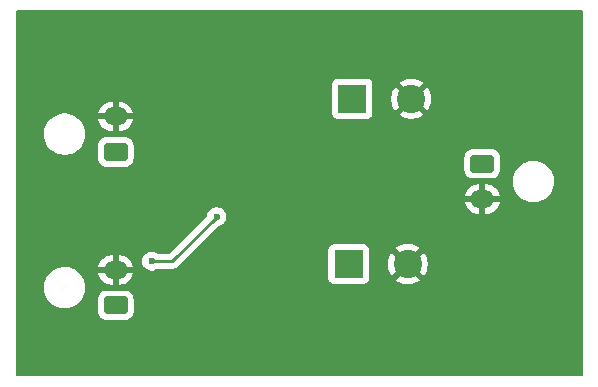
<source format=gbr>
%TF.GenerationSoftware,KiCad,Pcbnew,9.0.1*%
%TF.CreationDate,2025-07-02T15:08:06+02:00*%
%TF.ProjectId,BatteryBackup,42617474-6572-4794-9261-636b75702e6b,rev?*%
%TF.SameCoordinates,Original*%
%TF.FileFunction,Copper,L2,Bot*%
%TF.FilePolarity,Positive*%
%FSLAX46Y46*%
G04 Gerber Fmt 4.6, Leading zero omitted, Abs format (unit mm)*
G04 Created by KiCad (PCBNEW 9.0.1) date 2025-07-02 15:08:06*
%MOMM*%
%LPD*%
G01*
G04 APERTURE LIST*
G04 Aperture macros list*
%AMRoundRect*
0 Rectangle with rounded corners*
0 $1 Rounding radius*
0 $2 $3 $4 $5 $6 $7 $8 $9 X,Y pos of 4 corners*
0 Add a 4 corners polygon primitive as box body*
4,1,4,$2,$3,$4,$5,$6,$7,$8,$9,$2,$3,0*
0 Add four circle primitives for the rounded corners*
1,1,$1+$1,$2,$3*
1,1,$1+$1,$4,$5*
1,1,$1+$1,$6,$7*
1,1,$1+$1,$8,$9*
0 Add four rect primitives between the rounded corners*
20,1,$1+$1,$2,$3,$4,$5,0*
20,1,$1+$1,$4,$5,$6,$7,0*
20,1,$1+$1,$6,$7,$8,$9,0*
20,1,$1+$1,$8,$9,$2,$3,0*%
G04 Aperture macros list end*
%TA.AperFunction,ComponentPad*%
%ADD10RoundRect,0.250001X0.759999X-0.499999X0.759999X0.499999X-0.759999X0.499999X-0.759999X-0.499999X0*%
%TD*%
%TA.AperFunction,ComponentPad*%
%ADD11O,2.020000X1.500000*%
%TD*%
%TA.AperFunction,ComponentPad*%
%ADD12RoundRect,0.250001X-0.759999X0.499999X-0.759999X-0.499999X0.759999X-0.499999X0.759999X0.499999X0*%
%TD*%
%TA.AperFunction,ComponentPad*%
%ADD13R,2.400000X2.400000*%
%TD*%
%TA.AperFunction,ComponentPad*%
%ADD14C,2.400000*%
%TD*%
%TA.AperFunction,ViaPad*%
%ADD15C,0.600000*%
%TD*%
%TA.AperFunction,Conductor*%
%ADD16C,0.254000*%
%TD*%
G04 APERTURE END LIST*
D10*
%TO.P,J1,1,Pin_1*%
%TO.N,/IdealDiode/Vin*%
X137965000Y-92500000D03*
D11*
%TO.P,J1,2,Pin_2*%
%TO.N,GND*%
X137965000Y-89500000D03*
%TD*%
D10*
%TO.P,J2,1,Pin_1*%
%TO.N,/IdealDiode1/Vin*%
X137965000Y-79500000D03*
D11*
%TO.P,J2,2,Pin_2*%
%TO.N,GND*%
X137965000Y-76500000D03*
%TD*%
D12*
%TO.P,J3,1,Pin_1*%
%TO.N,/IdealDiode/Vout*%
X169000000Y-80500000D03*
D11*
%TO.P,J3,2,Pin_2*%
%TO.N,GND*%
X169000000Y-83500000D03*
%TD*%
D13*
%TO.P,C2,1*%
%TO.N,/IdealDiode/Vout*%
X157676041Y-89000000D03*
D14*
%TO.P,C2,2*%
%TO.N,GND*%
X162676041Y-89000000D03*
%TD*%
D13*
%TO.P,C7,1*%
%TO.N,/IdealDiode/Vout*%
X158000000Y-75000000D03*
D14*
%TO.P,C7,2*%
%TO.N,GND*%
X163000000Y-75000000D03*
%TD*%
D15*
%TO.N,/IdealDiode/Vout*%
X141000000Y-88750000D03*
X146500000Y-85000000D03*
%TO.N,GND*%
X140000000Y-77250000D03*
X152750000Y-83250000D03*
X142250000Y-84250000D03*
X140750000Y-73500000D03*
X140000000Y-90250000D03*
X143000000Y-82000000D03*
X142250000Y-71250000D03*
X140750000Y-86500000D03*
%TD*%
D16*
%TO.N,/IdealDiode/Vout*%
X142750000Y-88750000D02*
X146500000Y-85000000D01*
X141000000Y-88750000D02*
X142750000Y-88750000D01*
%TD*%
%TA.AperFunction,Conductor*%
%TO.N,GND*%
G36*
X177442539Y-67520185D02*
G01*
X177488294Y-67572989D01*
X177499500Y-67624500D01*
X177499500Y-98375500D01*
X177479815Y-98442539D01*
X177427011Y-98488294D01*
X177375500Y-98499500D01*
X129624500Y-98499500D01*
X129557461Y-98479815D01*
X129511706Y-98427011D01*
X129500500Y-98375500D01*
X129500500Y-90885258D01*
X131894500Y-90885258D01*
X131894500Y-91114741D01*
X131913625Y-91260000D01*
X131924452Y-91342238D01*
X131975123Y-91531348D01*
X131983842Y-91563887D01*
X132071650Y-91775876D01*
X132071657Y-91775890D01*
X132186392Y-91974617D01*
X132326081Y-92156661D01*
X132326089Y-92156670D01*
X132488330Y-92318911D01*
X132488338Y-92318918D01*
X132670382Y-92458607D01*
X132670385Y-92458608D01*
X132670388Y-92458611D01*
X132869112Y-92573344D01*
X132869117Y-92573346D01*
X132869123Y-92573349D01*
X132960480Y-92611190D01*
X133081113Y-92661158D01*
X133302762Y-92720548D01*
X133530266Y-92750500D01*
X133530273Y-92750500D01*
X133759727Y-92750500D01*
X133759734Y-92750500D01*
X133987238Y-92720548D01*
X134208887Y-92661158D01*
X134420888Y-92573344D01*
X134619612Y-92458611D01*
X134801661Y-92318919D01*
X134801665Y-92318914D01*
X134801670Y-92318911D01*
X134963911Y-92156670D01*
X134963914Y-92156665D01*
X134963919Y-92156661D01*
X135103611Y-91974612D01*
X135117830Y-91949984D01*
X136454500Y-91949984D01*
X136454500Y-93050015D01*
X136465000Y-93152795D01*
X136465001Y-93152796D01*
X136520186Y-93319335D01*
X136520187Y-93319337D01*
X136612286Y-93468651D01*
X136612289Y-93468655D01*
X136736344Y-93592710D01*
X136736348Y-93592713D01*
X136885662Y-93684812D01*
X136885664Y-93684813D01*
X136885666Y-93684814D01*
X137052203Y-93739999D01*
X137154992Y-93750500D01*
X137154997Y-93750500D01*
X138775003Y-93750500D01*
X138775008Y-93750500D01*
X138877797Y-93739999D01*
X139044334Y-93684814D01*
X139193655Y-93592711D01*
X139317711Y-93468655D01*
X139409814Y-93319334D01*
X139464999Y-93152797D01*
X139475500Y-93050008D01*
X139475500Y-91949992D01*
X139464999Y-91847203D01*
X139409814Y-91680666D01*
X139337783Y-91563887D01*
X139317713Y-91531348D01*
X139317710Y-91531344D01*
X139193655Y-91407289D01*
X139193651Y-91407286D01*
X139044337Y-91315187D01*
X139044335Y-91315186D01*
X138961065Y-91287593D01*
X138877797Y-91260001D01*
X138877795Y-91260000D01*
X138775015Y-91249500D01*
X138775008Y-91249500D01*
X137154992Y-91249500D01*
X137154984Y-91249500D01*
X137052204Y-91260000D01*
X137052203Y-91260001D01*
X136885664Y-91315186D01*
X136885662Y-91315187D01*
X136736348Y-91407286D01*
X136736344Y-91407289D01*
X136612289Y-91531344D01*
X136612286Y-91531348D01*
X136520187Y-91680662D01*
X136520186Y-91680664D01*
X136465001Y-91847203D01*
X136465000Y-91847204D01*
X136454500Y-91949984D01*
X135117830Y-91949984D01*
X135218344Y-91775888D01*
X135306158Y-91563887D01*
X135365548Y-91342238D01*
X135395500Y-91114734D01*
X135395500Y-90885266D01*
X135365548Y-90657762D01*
X135306158Y-90436113D01*
X135251744Y-90304747D01*
X135218349Y-90224123D01*
X135218346Y-90224117D01*
X135218344Y-90224112D01*
X135103611Y-90025388D01*
X135103608Y-90025385D01*
X135103607Y-90025382D01*
X134963918Y-89843338D01*
X134963911Y-89843330D01*
X134801670Y-89681089D01*
X134801661Y-89681081D01*
X134619617Y-89541392D01*
X134582109Y-89519737D01*
X134477585Y-89459390D01*
X134420890Y-89426657D01*
X134420876Y-89426650D01*
X134360459Y-89401625D01*
X134208887Y-89338842D01*
X134184673Y-89332354D01*
X133987238Y-89279452D01*
X133949215Y-89274446D01*
X133763539Y-89250000D01*
X136479016Y-89250000D01*
X137520440Y-89250000D01*
X137489755Y-89303147D01*
X137455000Y-89432857D01*
X137455000Y-89567143D01*
X137489755Y-89696853D01*
X137520440Y-89750000D01*
X136479016Y-89750000D01*
X136485781Y-89792716D01*
X136546581Y-89979837D01*
X136635904Y-90155143D01*
X136751555Y-90314321D01*
X136890678Y-90453444D01*
X137049856Y-90569095D01*
X137225164Y-90658418D01*
X137412294Y-90719221D01*
X137606618Y-90750000D01*
X137715000Y-90750000D01*
X137715000Y-89944560D01*
X137768147Y-89975245D01*
X137897857Y-90010000D01*
X138032143Y-90010000D01*
X138161853Y-89975245D01*
X138215000Y-89944560D01*
X138215000Y-90750000D01*
X138323382Y-90750000D01*
X138517705Y-90719221D01*
X138704835Y-90658418D01*
X138880143Y-90569095D01*
X139039321Y-90453444D01*
X139178444Y-90314321D01*
X139294095Y-90155143D01*
X139383418Y-89979837D01*
X139444218Y-89792716D01*
X139450984Y-89750000D01*
X138409560Y-89750000D01*
X138440245Y-89696853D01*
X138475000Y-89567143D01*
X138475000Y-89432857D01*
X138440245Y-89303147D01*
X138409560Y-89250000D01*
X139450984Y-89250000D01*
X139444218Y-89207283D01*
X139383418Y-89020162D01*
X139294095Y-88844856D01*
X139216424Y-88737952D01*
X139216423Y-88737949D01*
X139178450Y-88685686D01*
X139178443Y-88685677D01*
X139163919Y-88671153D01*
X140199500Y-88671153D01*
X140199500Y-88828846D01*
X140230261Y-88983489D01*
X140230264Y-88983501D01*
X140290602Y-89129172D01*
X140290609Y-89129185D01*
X140378210Y-89260288D01*
X140378213Y-89260292D01*
X140489707Y-89371786D01*
X140489711Y-89371789D01*
X140620814Y-89459390D01*
X140620827Y-89459397D01*
X140766498Y-89519735D01*
X140766503Y-89519737D01*
X140921153Y-89550499D01*
X140921156Y-89550500D01*
X140921158Y-89550500D01*
X141078844Y-89550500D01*
X141078845Y-89550499D01*
X141233497Y-89519737D01*
X141379179Y-89459394D01*
X141470466Y-89398398D01*
X141537143Y-89377520D01*
X141539357Y-89377500D01*
X142811804Y-89377500D01*
X142811805Y-89377499D01*
X142933035Y-89353386D01*
X143013784Y-89319937D01*
X143047233Y-89306083D01*
X143150008Y-89237411D01*
X143237411Y-89150008D01*
X144635283Y-87752135D01*
X155975541Y-87752135D01*
X155975541Y-90247870D01*
X155975542Y-90247876D01*
X155981949Y-90307483D01*
X156032243Y-90442328D01*
X156032247Y-90442335D01*
X156118493Y-90557544D01*
X156118496Y-90557547D01*
X156233705Y-90643793D01*
X156233712Y-90643797D01*
X156368558Y-90694091D01*
X156368557Y-90694091D01*
X156375485Y-90694835D01*
X156428168Y-90700500D01*
X158923913Y-90700499D01*
X158983524Y-90694091D01*
X159118372Y-90643796D01*
X159233587Y-90557546D01*
X159319837Y-90442331D01*
X159370132Y-90307483D01*
X159376541Y-90247873D01*
X159376540Y-88888575D01*
X160976041Y-88888575D01*
X160976041Y-89111424D01*
X161005126Y-89332354D01*
X161005129Y-89332367D01*
X161062804Y-89547618D01*
X161148086Y-89753502D01*
X161148095Y-89753520D01*
X161259505Y-89946491D01*
X161259514Y-89946504D01*
X161310081Y-90012403D01*
X161310084Y-90012403D01*
X162111428Y-89211059D01*
X162116930Y-89231591D01*
X162195922Y-89368408D01*
X162307633Y-89480119D01*
X162444450Y-89559111D01*
X162464981Y-89564612D01*
X161663636Y-90365955D01*
X161663636Y-90365956D01*
X161729548Y-90416533D01*
X161922526Y-90527949D01*
X161922538Y-90527954D01*
X162128422Y-90613236D01*
X162343673Y-90670911D01*
X162343686Y-90670914D01*
X162564616Y-90700000D01*
X162787466Y-90700000D01*
X163008395Y-90670914D01*
X163008408Y-90670911D01*
X163223659Y-90613236D01*
X163429543Y-90527954D01*
X163429555Y-90527949D01*
X163622539Y-90416530D01*
X163688444Y-90365957D01*
X163688445Y-90365956D01*
X162887100Y-89564612D01*
X162907632Y-89559111D01*
X163044449Y-89480119D01*
X163156160Y-89368408D01*
X163235152Y-89231591D01*
X163240653Y-89211059D01*
X164041997Y-90012404D01*
X164041998Y-90012403D01*
X164092571Y-89946498D01*
X164203990Y-89753514D01*
X164203995Y-89753502D01*
X164289277Y-89547618D01*
X164346952Y-89332367D01*
X164346955Y-89332354D01*
X164376041Y-89111424D01*
X164376041Y-88888575D01*
X164346955Y-88667645D01*
X164346952Y-88667632D01*
X164289277Y-88452381D01*
X164203995Y-88246497D01*
X164203990Y-88246485D01*
X164092574Y-88053507D01*
X164041997Y-87987595D01*
X164041996Y-87987595D01*
X163240653Y-88788939D01*
X163235152Y-88768409D01*
X163156160Y-88631592D01*
X163044449Y-88519881D01*
X162907632Y-88440889D01*
X162887099Y-88435387D01*
X163688444Y-87634043D01*
X163688444Y-87634040D01*
X163622545Y-87583473D01*
X163622532Y-87583464D01*
X163429561Y-87472054D01*
X163429543Y-87472045D01*
X163223659Y-87386763D01*
X163008408Y-87329088D01*
X163008395Y-87329085D01*
X162787466Y-87300000D01*
X162564616Y-87300000D01*
X162343686Y-87329085D01*
X162343673Y-87329088D01*
X162128422Y-87386763D01*
X161922538Y-87472045D01*
X161922520Y-87472054D01*
X161729552Y-87583462D01*
X161663636Y-87634042D01*
X162464982Y-88435387D01*
X162444450Y-88440889D01*
X162307633Y-88519881D01*
X162195922Y-88631592D01*
X162116930Y-88768409D01*
X162111428Y-88788940D01*
X161310083Y-87987595D01*
X161259503Y-88053511D01*
X161148095Y-88246479D01*
X161148086Y-88246497D01*
X161062804Y-88452381D01*
X161005129Y-88667632D01*
X161005126Y-88667645D01*
X160976041Y-88888575D01*
X159376540Y-88888575D01*
X159376540Y-87752128D01*
X159370426Y-87695248D01*
X159370426Y-87695246D01*
X159370133Y-87692519D01*
X159319838Y-87557671D01*
X159319834Y-87557664D01*
X159233588Y-87442455D01*
X159233585Y-87442452D01*
X159118376Y-87356206D01*
X159118369Y-87356202D01*
X158983523Y-87305908D01*
X158983524Y-87305908D01*
X158923924Y-87299501D01*
X158923922Y-87299500D01*
X158923914Y-87299500D01*
X158923905Y-87299500D01*
X156428170Y-87299500D01*
X156428164Y-87299501D01*
X156368557Y-87305908D01*
X156233712Y-87356202D01*
X156233705Y-87356206D01*
X156118496Y-87442452D01*
X156118493Y-87442455D01*
X156032247Y-87557664D01*
X156032243Y-87557671D01*
X155981949Y-87692517D01*
X155975542Y-87752116D01*
X155975542Y-87752123D01*
X155975541Y-87752135D01*
X144635283Y-87752135D01*
X146562328Y-85825089D01*
X146623649Y-85791606D01*
X146625648Y-85791189D01*
X146733497Y-85769737D01*
X146879179Y-85709394D01*
X147010289Y-85621789D01*
X147121789Y-85510289D01*
X147209394Y-85379179D01*
X147269737Y-85233497D01*
X147300500Y-85078842D01*
X147300500Y-84921158D01*
X147300500Y-84921155D01*
X147300499Y-84921153D01*
X147269738Y-84766510D01*
X147269738Y-84766508D01*
X147269737Y-84766503D01*
X147262901Y-84750000D01*
X147209397Y-84620827D01*
X147209390Y-84620814D01*
X147121789Y-84489711D01*
X147121786Y-84489707D01*
X147010292Y-84378213D01*
X147010288Y-84378210D01*
X146879185Y-84290609D01*
X146879172Y-84290602D01*
X146733501Y-84230264D01*
X146733489Y-84230261D01*
X146578845Y-84199500D01*
X146578842Y-84199500D01*
X146421158Y-84199500D01*
X146421155Y-84199500D01*
X146266510Y-84230261D01*
X146266498Y-84230264D01*
X146120827Y-84290602D01*
X146120814Y-84290609D01*
X145989711Y-84378210D01*
X145989707Y-84378213D01*
X145878213Y-84489707D01*
X145878210Y-84489711D01*
X145790609Y-84620814D01*
X145790602Y-84620827D01*
X145730264Y-84766498D01*
X145730261Y-84766508D01*
X145708843Y-84874183D01*
X145676458Y-84936094D01*
X145674907Y-84937672D01*
X142526400Y-88086181D01*
X142465077Y-88119666D01*
X142438719Y-88122500D01*
X141539357Y-88122500D01*
X141472318Y-88102815D01*
X141470466Y-88101602D01*
X141379185Y-88040609D01*
X141379172Y-88040602D01*
X141233501Y-87980264D01*
X141233489Y-87980261D01*
X141078845Y-87949500D01*
X141078842Y-87949500D01*
X140921158Y-87949500D01*
X140921155Y-87949500D01*
X140766510Y-87980261D01*
X140766498Y-87980264D01*
X140620827Y-88040602D01*
X140620814Y-88040609D01*
X140489711Y-88128210D01*
X140489707Y-88128213D01*
X140378213Y-88239707D01*
X140378210Y-88239711D01*
X140290609Y-88370814D01*
X140290602Y-88370827D01*
X140230264Y-88516498D01*
X140230261Y-88516510D01*
X140199500Y-88671153D01*
X139163919Y-88671153D01*
X139039321Y-88546555D01*
X138880143Y-88430904D01*
X138704835Y-88341581D01*
X138517705Y-88280778D01*
X138323382Y-88250000D01*
X138215000Y-88250000D01*
X138215000Y-89055439D01*
X138161853Y-89024755D01*
X138032143Y-88990000D01*
X137897857Y-88990000D01*
X137768147Y-89024755D01*
X137715000Y-89055439D01*
X137715000Y-88250000D01*
X137606618Y-88250000D01*
X137412294Y-88280778D01*
X137225164Y-88341581D01*
X137049856Y-88430904D01*
X136890678Y-88546555D01*
X136751555Y-88685678D01*
X136635904Y-88844856D01*
X136546581Y-89020162D01*
X136485781Y-89207283D01*
X136479016Y-89250000D01*
X133763539Y-89250000D01*
X133759741Y-89249500D01*
X133759734Y-89249500D01*
X133530266Y-89249500D01*
X133530258Y-89249500D01*
X133313715Y-89278009D01*
X133302762Y-89279452D01*
X133214330Y-89303147D01*
X133081112Y-89338842D01*
X132869123Y-89426650D01*
X132869109Y-89426657D01*
X132670382Y-89541392D01*
X132488338Y-89681081D01*
X132326081Y-89843338D01*
X132186392Y-90025382D01*
X132071657Y-90224109D01*
X132071650Y-90224123D01*
X131983842Y-90436112D01*
X131924453Y-90657759D01*
X131924451Y-90657770D01*
X131894500Y-90885258D01*
X129500500Y-90885258D01*
X129500500Y-83250000D01*
X167514016Y-83250000D01*
X168555440Y-83250000D01*
X168524755Y-83303147D01*
X168490000Y-83432857D01*
X168490000Y-83567143D01*
X168524755Y-83696853D01*
X168555440Y-83750000D01*
X167514016Y-83750000D01*
X167520781Y-83792716D01*
X167581581Y-83979837D01*
X167670904Y-84155143D01*
X167786555Y-84314321D01*
X167925678Y-84453444D01*
X168084856Y-84569095D01*
X168260164Y-84658418D01*
X168447294Y-84719221D01*
X168641618Y-84750000D01*
X168750000Y-84750000D01*
X168750000Y-83944560D01*
X168803147Y-83975245D01*
X168932857Y-84010000D01*
X169067143Y-84010000D01*
X169196853Y-83975245D01*
X169250000Y-83944560D01*
X169250000Y-84750000D01*
X169358382Y-84750000D01*
X169552705Y-84719221D01*
X169739835Y-84658418D01*
X169915143Y-84569095D01*
X170074321Y-84453444D01*
X170213444Y-84314321D01*
X170329095Y-84155143D01*
X170418418Y-83979837D01*
X170479218Y-83792716D01*
X170485984Y-83750000D01*
X169444560Y-83750000D01*
X169475245Y-83696853D01*
X169510000Y-83567143D01*
X169510000Y-83432857D01*
X169475245Y-83303147D01*
X169444560Y-83250000D01*
X170485984Y-83250000D01*
X170479218Y-83207283D01*
X170418418Y-83020162D01*
X170329095Y-82844856D01*
X170213444Y-82685678D01*
X170074321Y-82546555D01*
X169915143Y-82430904D01*
X169739835Y-82341581D01*
X169552705Y-82280778D01*
X169358382Y-82250000D01*
X169250000Y-82250000D01*
X169250000Y-83055439D01*
X169196853Y-83024755D01*
X169067143Y-82990000D01*
X168932857Y-82990000D01*
X168803147Y-83024755D01*
X168750000Y-83055439D01*
X168750000Y-82250000D01*
X168641618Y-82250000D01*
X168447294Y-82280778D01*
X168260164Y-82341581D01*
X168084856Y-82430904D01*
X167925678Y-82546555D01*
X167786555Y-82685678D01*
X167670904Y-82844856D01*
X167581581Y-83020162D01*
X167520781Y-83207283D01*
X167514016Y-83250000D01*
X129500500Y-83250000D01*
X129500500Y-81885258D01*
X171569500Y-81885258D01*
X171569500Y-82114741D01*
X171587308Y-82250000D01*
X171599452Y-82342238D01*
X171599453Y-82342240D01*
X171658842Y-82563887D01*
X171746650Y-82775876D01*
X171746657Y-82775890D01*
X171861392Y-82974617D01*
X172001081Y-83156661D01*
X172001089Y-83156670D01*
X172163330Y-83318911D01*
X172163338Y-83318918D01*
X172345382Y-83458607D01*
X172345385Y-83458608D01*
X172345388Y-83458611D01*
X172544112Y-83573344D01*
X172544117Y-83573346D01*
X172544123Y-83573349D01*
X172635480Y-83611190D01*
X172756113Y-83661158D01*
X172977762Y-83720548D01*
X173205266Y-83750500D01*
X173205273Y-83750500D01*
X173434727Y-83750500D01*
X173434734Y-83750500D01*
X173662238Y-83720548D01*
X173883887Y-83661158D01*
X174095888Y-83573344D01*
X174294612Y-83458611D01*
X174476661Y-83318919D01*
X174476665Y-83318914D01*
X174476670Y-83318911D01*
X174638911Y-83156670D01*
X174638914Y-83156665D01*
X174638919Y-83156661D01*
X174778611Y-82974612D01*
X174893344Y-82775888D01*
X174981158Y-82563887D01*
X175040548Y-82342238D01*
X175070500Y-82114734D01*
X175070500Y-81885266D01*
X175040548Y-81657762D01*
X174981158Y-81436113D01*
X174893344Y-81224112D01*
X174778611Y-81025388D01*
X174778608Y-81025385D01*
X174778607Y-81025382D01*
X174638918Y-80843338D01*
X174638911Y-80843330D01*
X174476670Y-80681089D01*
X174476661Y-80681081D01*
X174294617Y-80541392D01*
X174095890Y-80426657D01*
X174095876Y-80426650D01*
X173883887Y-80338842D01*
X173662238Y-80279452D01*
X173624215Y-80274446D01*
X173434741Y-80249500D01*
X173434734Y-80249500D01*
X173205266Y-80249500D01*
X173205258Y-80249500D01*
X172988715Y-80278009D01*
X172977762Y-80279452D01*
X172884076Y-80304554D01*
X172756112Y-80338842D01*
X172544123Y-80426650D01*
X172544109Y-80426657D01*
X172345382Y-80541392D01*
X172163338Y-80681081D01*
X172001081Y-80843338D01*
X171861392Y-81025382D01*
X171746657Y-81224109D01*
X171746650Y-81224123D01*
X171658842Y-81436112D01*
X171599453Y-81657759D01*
X171599451Y-81657770D01*
X171569500Y-81885258D01*
X129500500Y-81885258D01*
X129500500Y-77885258D01*
X131894500Y-77885258D01*
X131894500Y-78114741D01*
X131913625Y-78260000D01*
X131924452Y-78342238D01*
X131975123Y-78531348D01*
X131983842Y-78563887D01*
X132071650Y-78775876D01*
X132071657Y-78775890D01*
X132186392Y-78974617D01*
X132326081Y-79156661D01*
X132326089Y-79156670D01*
X132488330Y-79318911D01*
X132488338Y-79318918D01*
X132670382Y-79458607D01*
X132670385Y-79458608D01*
X132670388Y-79458611D01*
X132869112Y-79573344D01*
X132869117Y-79573346D01*
X132869123Y-79573349D01*
X132960480Y-79611190D01*
X133081113Y-79661158D01*
X133302762Y-79720548D01*
X133530266Y-79750500D01*
X133530273Y-79750500D01*
X133759727Y-79750500D01*
X133759734Y-79750500D01*
X133987238Y-79720548D01*
X134208887Y-79661158D01*
X134420888Y-79573344D01*
X134619612Y-79458611D01*
X134801661Y-79318919D01*
X134801665Y-79318914D01*
X134801670Y-79318911D01*
X134963911Y-79156670D01*
X134963914Y-79156665D01*
X134963919Y-79156661D01*
X135103611Y-78974612D01*
X135117830Y-78949984D01*
X136454500Y-78949984D01*
X136454500Y-80050015D01*
X136465000Y-80152795D01*
X136465001Y-80152796D01*
X136520186Y-80319335D01*
X136520187Y-80319337D01*
X136612286Y-80468651D01*
X136612289Y-80468655D01*
X136736344Y-80592710D01*
X136736348Y-80592713D01*
X136885662Y-80684812D01*
X136885664Y-80684813D01*
X136885666Y-80684814D01*
X137052203Y-80739999D01*
X137154992Y-80750500D01*
X137154997Y-80750500D01*
X138775003Y-80750500D01*
X138775008Y-80750500D01*
X138877797Y-80739999D01*
X139044334Y-80684814D01*
X139193655Y-80592711D01*
X139317711Y-80468655D01*
X139409814Y-80319334D01*
X139464999Y-80152797D01*
X139475500Y-80050008D01*
X139475500Y-79949984D01*
X167489500Y-79949984D01*
X167489500Y-81050015D01*
X167500000Y-81152795D01*
X167500001Y-81152797D01*
X167523636Y-81224123D01*
X167555186Y-81319335D01*
X167555187Y-81319337D01*
X167647286Y-81468651D01*
X167647289Y-81468655D01*
X167771344Y-81592710D01*
X167771348Y-81592713D01*
X167920662Y-81684812D01*
X167920664Y-81684813D01*
X167920666Y-81684814D01*
X168087203Y-81739999D01*
X168189992Y-81750500D01*
X168189997Y-81750500D01*
X169810003Y-81750500D01*
X169810008Y-81750500D01*
X169912797Y-81739999D01*
X170079334Y-81684814D01*
X170228655Y-81592711D01*
X170352711Y-81468655D01*
X170444814Y-81319334D01*
X170499999Y-81152797D01*
X170510500Y-81050008D01*
X170510500Y-79949992D01*
X170499999Y-79847203D01*
X170444814Y-79680666D01*
X170432781Y-79661158D01*
X170352713Y-79531348D01*
X170352710Y-79531344D01*
X170228655Y-79407289D01*
X170228651Y-79407286D01*
X170079337Y-79315187D01*
X170079335Y-79315186D01*
X169996065Y-79287593D01*
X169912797Y-79260001D01*
X169912795Y-79260000D01*
X169810015Y-79249500D01*
X169810008Y-79249500D01*
X168189992Y-79249500D01*
X168189984Y-79249500D01*
X168087204Y-79260000D01*
X168087203Y-79260001D01*
X167920664Y-79315186D01*
X167920662Y-79315187D01*
X167771348Y-79407286D01*
X167771344Y-79407289D01*
X167647289Y-79531344D01*
X167647286Y-79531348D01*
X167555187Y-79680662D01*
X167555186Y-79680664D01*
X167500001Y-79847203D01*
X167500000Y-79847204D01*
X167489500Y-79949984D01*
X139475500Y-79949984D01*
X139475500Y-78949992D01*
X139464999Y-78847203D01*
X139409814Y-78680666D01*
X139337783Y-78563887D01*
X139317713Y-78531348D01*
X139317710Y-78531344D01*
X139193655Y-78407289D01*
X139193651Y-78407286D01*
X139044337Y-78315187D01*
X139044335Y-78315186D01*
X138961065Y-78287593D01*
X138877797Y-78260001D01*
X138877795Y-78260000D01*
X138775015Y-78249500D01*
X138775008Y-78249500D01*
X137154992Y-78249500D01*
X137154984Y-78249500D01*
X137052204Y-78260000D01*
X137052203Y-78260001D01*
X136885664Y-78315186D01*
X136885662Y-78315187D01*
X136736348Y-78407286D01*
X136736344Y-78407289D01*
X136612289Y-78531344D01*
X136612286Y-78531348D01*
X136520187Y-78680662D01*
X136520186Y-78680664D01*
X136465001Y-78847203D01*
X136465000Y-78847204D01*
X136454500Y-78949984D01*
X135117830Y-78949984D01*
X135218344Y-78775888D01*
X135306158Y-78563887D01*
X135365548Y-78342238D01*
X135395500Y-78114734D01*
X135395500Y-77885266D01*
X135365548Y-77657762D01*
X135306158Y-77436113D01*
X135218344Y-77224112D01*
X135103611Y-77025388D01*
X135103608Y-77025385D01*
X135103607Y-77025382D01*
X134963918Y-76843338D01*
X134963911Y-76843330D01*
X134801670Y-76681089D01*
X134801661Y-76681081D01*
X134619617Y-76541392D01*
X134420890Y-76426657D01*
X134420876Y-76426650D01*
X134360459Y-76401625D01*
X134208887Y-76338842D01*
X134091863Y-76307486D01*
X133987238Y-76279452D01*
X133949215Y-76274446D01*
X133763539Y-76250000D01*
X136479016Y-76250000D01*
X137520440Y-76250000D01*
X137489755Y-76303147D01*
X137455000Y-76432857D01*
X137455000Y-76567143D01*
X137489755Y-76696853D01*
X137520440Y-76750000D01*
X136479016Y-76750000D01*
X136485781Y-76792716D01*
X136546581Y-76979837D01*
X136635904Y-77155143D01*
X136751555Y-77314321D01*
X136890678Y-77453444D01*
X137049856Y-77569095D01*
X137225164Y-77658418D01*
X137412294Y-77719221D01*
X137606618Y-77750000D01*
X137715000Y-77750000D01*
X137715000Y-76944560D01*
X137768147Y-76975245D01*
X137897857Y-77010000D01*
X138032143Y-77010000D01*
X138161853Y-76975245D01*
X138215000Y-76944560D01*
X138215000Y-77750000D01*
X138323382Y-77750000D01*
X138517705Y-77719221D01*
X138704835Y-77658418D01*
X138880143Y-77569095D01*
X139039321Y-77453444D01*
X139178444Y-77314321D01*
X139294095Y-77155143D01*
X139383418Y-76979837D01*
X139444218Y-76792716D01*
X139450984Y-76750000D01*
X138409560Y-76750000D01*
X138440245Y-76696853D01*
X138475000Y-76567143D01*
X138475000Y-76432857D01*
X138440245Y-76303147D01*
X138409560Y-76250000D01*
X139450984Y-76250000D01*
X139444218Y-76207283D01*
X139383418Y-76020162D01*
X139294095Y-75844856D01*
X139178444Y-75685678D01*
X139039321Y-75546555D01*
X138880143Y-75430904D01*
X138704835Y-75341581D01*
X138517705Y-75280778D01*
X138323382Y-75250000D01*
X138215000Y-75250000D01*
X138215000Y-76055439D01*
X138161853Y-76024755D01*
X138032143Y-75990000D01*
X137897857Y-75990000D01*
X137768147Y-76024755D01*
X137715000Y-76055439D01*
X137715000Y-75250000D01*
X137606618Y-75250000D01*
X137412294Y-75280778D01*
X137225164Y-75341581D01*
X137049856Y-75430904D01*
X136890678Y-75546555D01*
X136751555Y-75685678D01*
X136635904Y-75844856D01*
X136546581Y-76020162D01*
X136485781Y-76207283D01*
X136479016Y-76250000D01*
X133763539Y-76250000D01*
X133759741Y-76249500D01*
X133759734Y-76249500D01*
X133530266Y-76249500D01*
X133530258Y-76249500D01*
X133313715Y-76278009D01*
X133302762Y-76279452D01*
X133214330Y-76303147D01*
X133081112Y-76338842D01*
X132869123Y-76426650D01*
X132869109Y-76426657D01*
X132670382Y-76541392D01*
X132488338Y-76681081D01*
X132326081Y-76843338D01*
X132186392Y-77025382D01*
X132071657Y-77224109D01*
X132071650Y-77224123D01*
X131983842Y-77436112D01*
X131924453Y-77657759D01*
X131924451Y-77657770D01*
X131894500Y-77885258D01*
X129500500Y-77885258D01*
X129500500Y-73752135D01*
X156299500Y-73752135D01*
X156299500Y-76247870D01*
X156299501Y-76247876D01*
X156305908Y-76307483D01*
X156356202Y-76442328D01*
X156356206Y-76442335D01*
X156442452Y-76557544D01*
X156442455Y-76557547D01*
X156557664Y-76643793D01*
X156557671Y-76643797D01*
X156692517Y-76694091D01*
X156692516Y-76694091D01*
X156699444Y-76694835D01*
X156752127Y-76700500D01*
X159247872Y-76700499D01*
X159307483Y-76694091D01*
X159442331Y-76643796D01*
X159557546Y-76557546D01*
X159643796Y-76442331D01*
X159694091Y-76307483D01*
X159700500Y-76247873D01*
X159700499Y-74888575D01*
X161300000Y-74888575D01*
X161300000Y-75111424D01*
X161329085Y-75332354D01*
X161329088Y-75332367D01*
X161386763Y-75547618D01*
X161472045Y-75753502D01*
X161472054Y-75753520D01*
X161583464Y-75946491D01*
X161583473Y-75946504D01*
X161634040Y-76012403D01*
X161634043Y-76012403D01*
X162435387Y-75211059D01*
X162440889Y-75231591D01*
X162519881Y-75368408D01*
X162631592Y-75480119D01*
X162768409Y-75559111D01*
X162788940Y-75564612D01*
X161987595Y-76365955D01*
X161987595Y-76365956D01*
X162053507Y-76416533D01*
X162246485Y-76527949D01*
X162246497Y-76527954D01*
X162452381Y-76613236D01*
X162667632Y-76670911D01*
X162667645Y-76670914D01*
X162888575Y-76700000D01*
X163111425Y-76700000D01*
X163332354Y-76670914D01*
X163332367Y-76670911D01*
X163547618Y-76613236D01*
X163753502Y-76527954D01*
X163753514Y-76527949D01*
X163946498Y-76416530D01*
X164012403Y-76365957D01*
X164012404Y-76365956D01*
X163211059Y-75564612D01*
X163231591Y-75559111D01*
X163368408Y-75480119D01*
X163480119Y-75368408D01*
X163559111Y-75231591D01*
X163564612Y-75211059D01*
X164365956Y-76012404D01*
X164365957Y-76012403D01*
X164416530Y-75946498D01*
X164527949Y-75753514D01*
X164527954Y-75753502D01*
X164613236Y-75547618D01*
X164670911Y-75332367D01*
X164670914Y-75332354D01*
X164700000Y-75111424D01*
X164700000Y-74888575D01*
X164670914Y-74667645D01*
X164670911Y-74667632D01*
X164613236Y-74452381D01*
X164527954Y-74246497D01*
X164527949Y-74246485D01*
X164416533Y-74053507D01*
X164365956Y-73987595D01*
X164365955Y-73987595D01*
X163564612Y-74788939D01*
X163559111Y-74768409D01*
X163480119Y-74631592D01*
X163368408Y-74519881D01*
X163231591Y-74440889D01*
X163211058Y-74435387D01*
X164012403Y-73634043D01*
X164012403Y-73634040D01*
X163946504Y-73583473D01*
X163946491Y-73583464D01*
X163753520Y-73472054D01*
X163753502Y-73472045D01*
X163547618Y-73386763D01*
X163332367Y-73329088D01*
X163332354Y-73329085D01*
X163111425Y-73300000D01*
X162888575Y-73300000D01*
X162667645Y-73329085D01*
X162667632Y-73329088D01*
X162452381Y-73386763D01*
X162246497Y-73472045D01*
X162246479Y-73472054D01*
X162053511Y-73583462D01*
X161987595Y-73634042D01*
X162788941Y-74435387D01*
X162768409Y-74440889D01*
X162631592Y-74519881D01*
X162519881Y-74631592D01*
X162440889Y-74768409D01*
X162435387Y-74788940D01*
X161634042Y-73987595D01*
X161583462Y-74053511D01*
X161472054Y-74246479D01*
X161472045Y-74246497D01*
X161386763Y-74452381D01*
X161329088Y-74667632D01*
X161329085Y-74667645D01*
X161300000Y-74888575D01*
X159700499Y-74888575D01*
X159700499Y-73752128D01*
X159694385Y-73695248D01*
X159694385Y-73695246D01*
X159694092Y-73692519D01*
X159643797Y-73557671D01*
X159643793Y-73557664D01*
X159557547Y-73442455D01*
X159557544Y-73442452D01*
X159442335Y-73356206D01*
X159442328Y-73356202D01*
X159307482Y-73305908D01*
X159307483Y-73305908D01*
X159247883Y-73299501D01*
X159247881Y-73299500D01*
X159247873Y-73299500D01*
X159247864Y-73299500D01*
X156752129Y-73299500D01*
X156752123Y-73299501D01*
X156692516Y-73305908D01*
X156557671Y-73356202D01*
X156557664Y-73356206D01*
X156442455Y-73442452D01*
X156442452Y-73442455D01*
X156356206Y-73557664D01*
X156356202Y-73557671D01*
X156305908Y-73692517D01*
X156299501Y-73752116D01*
X156299501Y-73752123D01*
X156299500Y-73752135D01*
X129500500Y-73752135D01*
X129500500Y-67624500D01*
X129520185Y-67557461D01*
X129572989Y-67511706D01*
X129624500Y-67500500D01*
X177375500Y-67500500D01*
X177442539Y-67520185D01*
G37*
%TD.AperFunction*%
%TD*%
M02*

</source>
